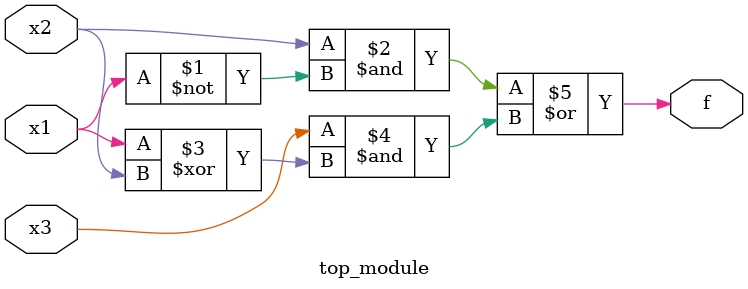
<source format=sv>
module top_module (
	input x3,
	input x2,
	input x1,
	output f
);

	// Output assignment based on truth table
	assign f = (x2 & ~x1) | (x3 & (x1 ^ x2));

endmodule

</source>
